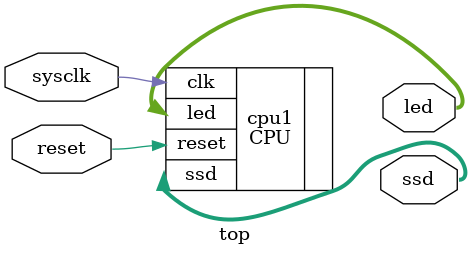
<source format=v>
module top(sysclk, reset, led, ssd);
input sysclk, reset;
output [7:0] led;
output [11:0] ssd;

CPU cpu1(.clk(sysclk), .reset(reset), .led(led), .ssd(ssd));

endmodule

</source>
